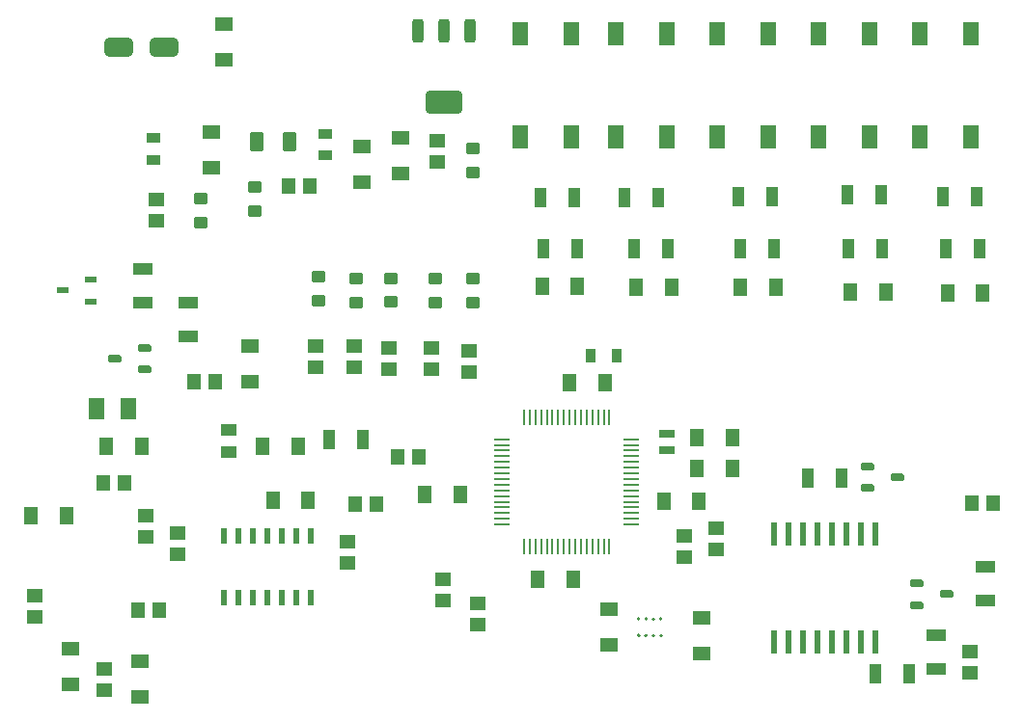
<source format=gtp>
G04*
G04 #@! TF.GenerationSoftware,Altium Limited,Altium Designer,24.1.2 (44)*
G04*
G04 Layer_Color=8421504*
%FSLAX44Y44*%
%MOMM*%
G71*
G04*
G04 #@! TF.SameCoordinates,6BD88CD4-1E97-4B61-92EF-30D8DD190105*
G04*
G04*
G04 #@! TF.FilePolarity,Positive*
G04*
G01*
G75*
%ADD18C,0.1750*%
%ADD19R,1.1000X1.7500*%
%ADD20R,1.7500X1.1000*%
%ADD21R,0.2800X1.4700*%
%ADD22R,1.4700X0.2800*%
%ADD23R,1.4000X1.0000*%
G04:AMPARAMS|DCode=24|XSize=0.65mm|YSize=1.2mm|CornerRadius=0.1625mm|HoleSize=0mm|Usage=FLASHONLY|Rotation=270.000|XOffset=0mm|YOffset=0mm|HoleType=Round|Shape=RoundedRectangle|*
%AMROUNDEDRECTD24*
21,1,0.6500,0.8750,0,0,270.0*
21,1,0.3250,1.2000,0,0,270.0*
1,1,0.3250,-0.4375,-0.1625*
1,1,0.3250,-0.4375,0.1625*
1,1,0.3250,0.4375,0.1625*
1,1,0.3250,0.4375,-0.1625*
%
%ADD24ROUNDEDRECTD24*%
%ADD25R,1.3500X1.1500*%
G04:AMPARAMS|DCode=26|XSize=1.75mm|YSize=1.25mm|CornerRadius=0.3125mm|HoleSize=0mm|Usage=FLASHONLY|Rotation=90.000|XOffset=0mm|YOffset=0mm|HoleType=Round|Shape=RoundedRectangle|*
%AMROUNDEDRECTD26*
21,1,1.7500,0.6250,0,0,90.0*
21,1,1.1250,1.2500,0,0,90.0*
1,1,0.6250,0.3125,0.5625*
1,1,0.6250,0.3125,-0.5625*
1,1,0.6250,-0.3125,-0.5625*
1,1,0.6250,-0.3125,0.5625*
%
%ADD26ROUNDEDRECTD26*%
%ADD27R,1.3000X0.9000*%
%ADD28R,1.6000X1.2000*%
%ADD29R,1.1500X1.3500*%
%ADD30R,1.2000X1.6000*%
%ADD31R,1.4000X1.9500*%
%ADD32R,0.6000X2.0000*%
%ADD33R,0.9000X1.3000*%
%ADD34R,1.4000X0.7500*%
G04:AMPARAMS|DCode=35|XSize=1.2mm|YSize=1.1mm|CornerRadius=0.275mm|HoleSize=0mm|Usage=FLASHONLY|Rotation=0.000|XOffset=0mm|YOffset=0mm|HoleType=Round|Shape=RoundedRectangle|*
%AMROUNDEDRECTD35*
21,1,1.2000,0.5500,0,0,0.0*
21,1,0.6500,1.1000,0,0,0.0*
1,1,0.5500,0.3250,-0.2750*
1,1,0.5500,-0.3250,-0.2750*
1,1,0.5500,-0.3250,0.2750*
1,1,0.5500,0.3250,0.2750*
%
%ADD35ROUNDEDRECTD35*%
G04:AMPARAMS|DCode=36|XSize=3.3mm|YSize=2.1mm|CornerRadius=0.525mm|HoleSize=0mm|Usage=FLASHONLY|Rotation=0.000|XOffset=0mm|YOffset=0mm|HoleType=Round|Shape=RoundedRectangle|*
%AMROUNDEDRECTD36*
21,1,3.3000,1.0500,0,0,0.0*
21,1,2.2500,2.1000,0,0,0.0*
1,1,1.0500,1.1250,-0.5250*
1,1,1.0500,-1.1250,-0.5250*
1,1,1.0500,-1.1250,0.5250*
1,1,1.0500,1.1250,0.5250*
%
%ADD36ROUNDEDRECTD36*%
G04:AMPARAMS|DCode=37|XSize=1mm|YSize=2.1mm|CornerRadius=0.25mm|HoleSize=0mm|Usage=FLASHONLY|Rotation=0.000|XOffset=0mm|YOffset=0mm|HoleType=Round|Shape=RoundedRectangle|*
%AMROUNDEDRECTD37*
21,1,1.0000,1.6000,0,0,0.0*
21,1,0.5000,2.1000,0,0,0.0*
1,1,0.5000,0.2500,-0.8000*
1,1,0.5000,-0.2500,-0.8000*
1,1,0.5000,-0.2500,0.8000*
1,1,0.5000,0.2500,0.8000*
%
%ADD37ROUNDEDRECTD37*%
%ADD38R,1.1000X0.6000*%
%ADD39R,1.4000X2.1000*%
%ADD40R,0.6000X1.4500*%
G04:AMPARAMS|DCode=41|XSize=1.7mm|YSize=2.5mm|CornerRadius=0.425mm|HoleSize=0mm|Usage=FLASHONLY|Rotation=270.000|XOffset=0mm|YOffset=0mm|HoleType=Round|Shape=RoundedRectangle|*
%AMROUNDEDRECTD41*
21,1,1.7000,1.6500,0,0,270.0*
21,1,0.8500,2.5000,0,0,270.0*
1,1,0.8500,-0.8250,-0.4250*
1,1,0.8500,-0.8250,0.4250*
1,1,0.8500,0.8250,0.4250*
1,1,0.8500,0.8250,-0.4250*
%
%ADD41ROUNDEDRECTD41*%
D18*
X617685Y144410D02*
G03*
X617685Y144410I-875J0D01*
G01*
X611185D02*
G03*
X611185Y144410I-875J0D01*
G01*
X604685D02*
G03*
X604685Y144410I-875J0D01*
G01*
X598185D02*
G03*
X598185Y144410I-875J0D01*
G01*
X617685Y129910D02*
G03*
X617685Y129910I-875J0D01*
G01*
X611185D02*
G03*
X611185Y129910I-875J0D01*
G01*
X604685D02*
G03*
X604685Y129910I-875J0D01*
G01*
X598185D02*
G03*
X598185Y129910I-875J0D01*
G01*
D19*
X893590Y515620D02*
D03*
X864090D02*
D03*
X745980Y267970D02*
D03*
X775480D02*
D03*
X834390Y96520D02*
D03*
X804890D02*
D03*
X780270Y516890D02*
D03*
X809770D02*
D03*
X685020Y515620D02*
D03*
X714520D02*
D03*
X584690Y515000D02*
D03*
X614190D02*
D03*
X511030D02*
D03*
X540530D02*
D03*
X866630Y470000D02*
D03*
X896130D02*
D03*
X781540D02*
D03*
X811040D02*
D03*
X686290D02*
D03*
X715790D02*
D03*
X593090D02*
D03*
X622590D02*
D03*
X543070D02*
D03*
X513570D02*
D03*
X355110Y302260D02*
D03*
X325610D02*
D03*
D20*
X901700Y190010D02*
D03*
Y160510D02*
D03*
X162560Y422130D02*
D03*
Y451630D02*
D03*
X858520Y130320D02*
D03*
Y100820D02*
D03*
X201930Y422420D02*
D03*
Y392920D02*
D03*
D21*
X496780Y321620D02*
D03*
X501780D02*
D03*
X506780D02*
D03*
X511780D02*
D03*
X516780D02*
D03*
X521780D02*
D03*
X526780D02*
D03*
X531780D02*
D03*
X536780D02*
D03*
X541780D02*
D03*
X546780D02*
D03*
X551780D02*
D03*
X556780D02*
D03*
X561780D02*
D03*
X566780D02*
D03*
X571780D02*
D03*
Y208220D02*
D03*
X566780D02*
D03*
X561780D02*
D03*
X556780D02*
D03*
X551780D02*
D03*
X546780D02*
D03*
X541780D02*
D03*
X536780D02*
D03*
X531780D02*
D03*
X526780D02*
D03*
X521780D02*
D03*
X516780D02*
D03*
X511780D02*
D03*
X506780D02*
D03*
X501780D02*
D03*
X496780D02*
D03*
D22*
X590980Y302420D02*
D03*
Y297420D02*
D03*
Y292420D02*
D03*
Y287420D02*
D03*
Y282420D02*
D03*
Y277420D02*
D03*
Y272420D02*
D03*
Y267420D02*
D03*
Y262420D02*
D03*
Y257420D02*
D03*
Y252420D02*
D03*
Y247420D02*
D03*
Y242420D02*
D03*
Y237420D02*
D03*
Y232420D02*
D03*
Y227420D02*
D03*
X477580D02*
D03*
Y232420D02*
D03*
Y237420D02*
D03*
Y242420D02*
D03*
Y247420D02*
D03*
Y252420D02*
D03*
Y257420D02*
D03*
Y262420D02*
D03*
Y267420D02*
D03*
Y272420D02*
D03*
Y277420D02*
D03*
Y282420D02*
D03*
Y287420D02*
D03*
Y292420D02*
D03*
Y297420D02*
D03*
Y302420D02*
D03*
D23*
X237490Y291240D02*
D03*
Y310740D02*
D03*
D24*
X164130Y363880D02*
D03*
Y382880D02*
D03*
X138130Y373380D02*
D03*
X798530Y278740D02*
D03*
Y259740D02*
D03*
X824530Y269240D02*
D03*
X867710Y166370D02*
D03*
X841710Y156870D02*
D03*
Y175870D02*
D03*
D25*
X887730Y115930D02*
D03*
Y97430D02*
D03*
X173990Y512530D02*
D03*
Y494030D02*
D03*
X128270Y82190D02*
D03*
Y100690D02*
D03*
X341630Y193950D02*
D03*
Y212450D02*
D03*
X193040Y201210D02*
D03*
Y219710D02*
D03*
X165100Y235310D02*
D03*
Y216810D02*
D03*
X665480Y223880D02*
D03*
Y205380D02*
D03*
X637540Y217530D02*
D03*
Y199030D02*
D03*
X378460Y382590D02*
D03*
Y364090D02*
D03*
X448310Y380090D02*
D03*
Y361590D02*
D03*
X313690Y383900D02*
D03*
Y365400D02*
D03*
X415290Y382630D02*
D03*
Y364130D02*
D03*
X347980Y383900D02*
D03*
Y365400D02*
D03*
X420370Y564240D02*
D03*
Y545740D02*
D03*
X67310Y146600D02*
D03*
Y165100D02*
D03*
X455930Y139340D02*
D03*
Y157840D02*
D03*
X425450Y179430D02*
D03*
Y160930D02*
D03*
D26*
X262610Y563880D02*
D03*
X291110D02*
D03*
D27*
X171450Y548030D02*
D03*
Y567030D02*
D03*
X322580Y570840D02*
D03*
Y551840D02*
D03*
D28*
X222250Y571760D02*
D03*
Y540760D02*
D03*
X160020Y106940D02*
D03*
Y75940D02*
D03*
X99060Y87370D02*
D03*
Y118370D02*
D03*
X652780Y145040D02*
D03*
Y114040D02*
D03*
X571500Y152660D02*
D03*
Y121660D02*
D03*
X256540Y352800D02*
D03*
Y383800D02*
D03*
X354330Y528060D02*
D03*
Y559060D02*
D03*
X388620Y535680D02*
D03*
Y566680D02*
D03*
X233680Y636010D02*
D03*
Y667010D02*
D03*
D29*
X176530Y152400D02*
D03*
X158030D02*
D03*
X348890Y245110D02*
D03*
X367390D02*
D03*
X385720Y287020D02*
D03*
X404220D02*
D03*
X225510Y353060D02*
D03*
X207010D02*
D03*
X127910Y264160D02*
D03*
X146410D02*
D03*
X908410Y246380D02*
D03*
X889910D02*
D03*
X290470Y524510D02*
D03*
X308970D02*
D03*
D30*
X64510Y234950D02*
D03*
X95510D02*
D03*
X130550Y295910D02*
D03*
X161550D02*
D03*
X650500Y247650D02*
D03*
X619500D02*
D03*
X567950Y351790D02*
D03*
X536950D02*
D03*
X509010Y179070D02*
D03*
X540010D02*
D03*
X679450Y276860D02*
D03*
X648450D02*
D03*
X679710Y303530D02*
D03*
X648710D02*
D03*
X409950Y254000D02*
D03*
X440950D02*
D03*
X899420Y430530D02*
D03*
X868420D02*
D03*
X814330Y431800D02*
D03*
X783330D02*
D03*
X717810Y435610D02*
D03*
X686810D02*
D03*
X626370D02*
D03*
X595370D02*
D03*
X512820Y436880D02*
D03*
X543820D02*
D03*
X267710Y295910D02*
D03*
X298710D02*
D03*
X307600Y248920D02*
D03*
X276600D02*
D03*
D31*
X149890Y328930D02*
D03*
X121890D02*
D03*
D32*
X716280Y123950D02*
D03*
X728980D02*
D03*
X741680D02*
D03*
X754380D02*
D03*
X767080D02*
D03*
X779780D02*
D03*
X792480D02*
D03*
X805180D02*
D03*
X716280Y218950D02*
D03*
X728980D02*
D03*
X741680D02*
D03*
X754380D02*
D03*
X767080D02*
D03*
X779780D02*
D03*
X792480D02*
D03*
X805180D02*
D03*
D33*
X577920Y375920D02*
D03*
X554920D02*
D03*
D34*
X622300Y292470D02*
D03*
Y306970D02*
D03*
D35*
X452120Y422570D02*
D03*
Y443570D02*
D03*
X316230Y423840D02*
D03*
Y444840D02*
D03*
X349250Y422570D02*
D03*
Y443570D02*
D03*
X379730Y422840D02*
D03*
Y443840D02*
D03*
X419100Y422570D02*
D03*
Y443570D02*
D03*
X452120Y536870D02*
D03*
Y557870D02*
D03*
X213360Y492420D02*
D03*
Y513420D02*
D03*
X260350Y523580D02*
D03*
Y502580D02*
D03*
D36*
X426720Y598420D02*
D03*
D37*
X403720Y661420D02*
D03*
X426720D02*
D03*
X449720D02*
D03*
D38*
X91990Y433070D02*
D03*
X116290Y442570D02*
D03*
Y423570D02*
D03*
D39*
X888640Y658910D02*
D03*
Y567910D02*
D03*
X843640D02*
D03*
Y658910D02*
D03*
X799740D02*
D03*
Y567910D02*
D03*
X754740D02*
D03*
Y658910D02*
D03*
X710840D02*
D03*
Y567910D02*
D03*
X665840D02*
D03*
Y658910D02*
D03*
X621940D02*
D03*
Y567910D02*
D03*
X576940D02*
D03*
Y658910D02*
D03*
X538120D02*
D03*
Y567910D02*
D03*
X493120D02*
D03*
Y658910D02*
D03*
D40*
X309880Y217750D02*
D03*
X297180D02*
D03*
X284480D02*
D03*
X271780D02*
D03*
X259080D02*
D03*
X246380D02*
D03*
X233680D02*
D03*
X309880Y163250D02*
D03*
X297180D02*
D03*
X284480D02*
D03*
X271780D02*
D03*
X259080D02*
D03*
X246380D02*
D03*
X233680D02*
D03*
D41*
X141540Y646430D02*
D03*
X181040D02*
D03*
M02*

</source>
